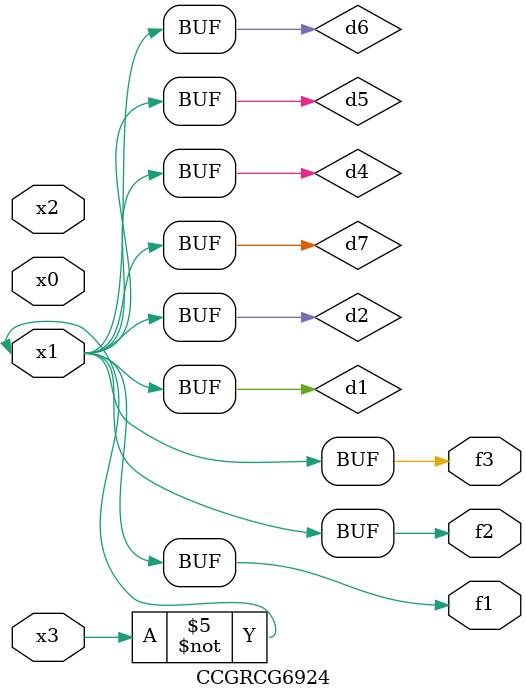
<source format=v>
module CCGRCG6924(
	input x0, x1, x2, x3,
	output f1, f2, f3
);

	wire d1, d2, d3, d4, d5, d6, d7;

	not (d1, x3);
	buf (d2, x1);
	xnor (d3, d1, d2);
	nor (d4, d1);
	buf (d5, d1, d2);
	buf (d6, d4, d5);
	nand (d7, d4);
	assign f1 = d6;
	assign f2 = d7;
	assign f3 = d6;
endmodule

</source>
